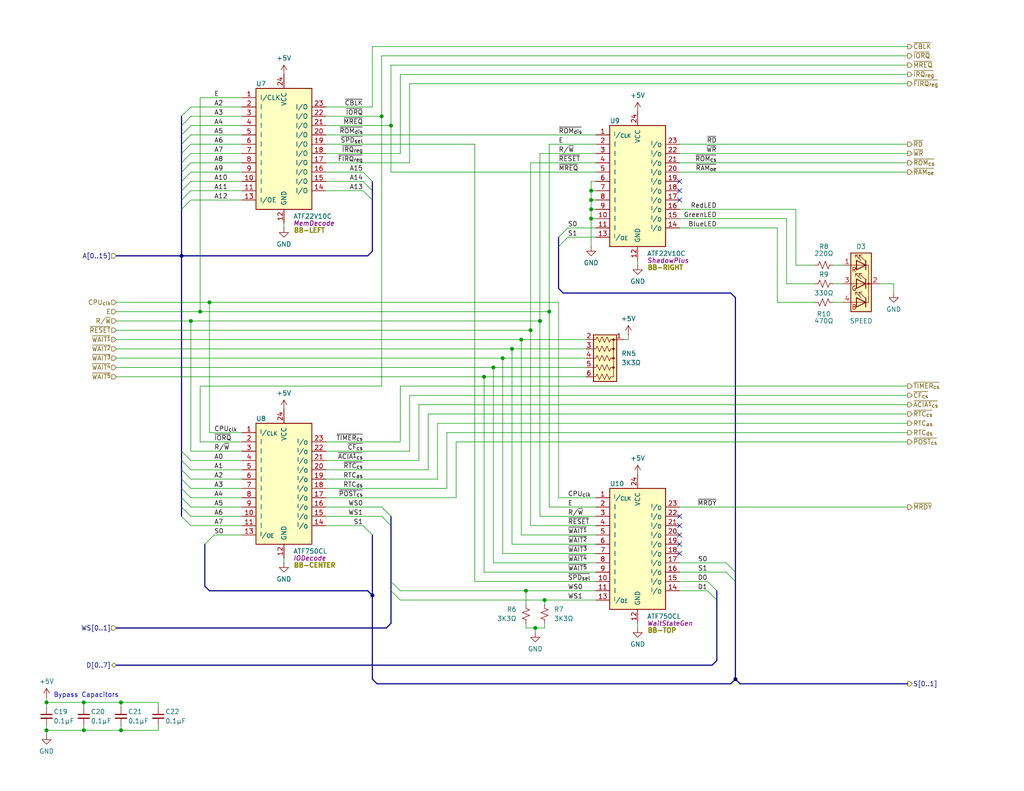
<source format=kicad_sch>
(kicad_sch (version 20250114) (generator "eeschema") (generator_version "9.0")
  (paper "USLetter")
  (title_block (title "Programmable Logic Devices") (date "2025-12-06") (rev "2.0") (company "MicroHobbyist") (comment 1 "Frédéric Segard"))
  (lib_symbols
    (symbol "Device:C_Small" (pin_numbers (hide yes)) (pin_names (offset 0.254) (hide yes))
      (property "Reference" "C" (at 0.254 1.778 0))
      (property "Value" "C_Small" (at 0.254 -2.032 0))
      (symbol "C_Small_0_1"
        (polyline (pts (xy -1.524 0.508) (xy 1.524 0.508)) (stroke (width 0.3048)))
        (polyline (pts (xy -1.524 -0.508) (xy 1.524 -0.508)) (stroke (width 0.3302)))
      )
      (symbol "C_Small_1_1"
        (pin passive line (at 0 2.54 270) (length 2.032) (name "~") (number "1"))
        (pin passive line (at 0 -2.54 90) (length 2.032) (name "~") (number "2"))
      )
    )
    (symbol "Device:LED_RKGB" (pin_names (offset 0) (hide yes))
      (property "Reference" "D" (at 0 9.398 0))
      (property "Value" "LED_RKGB" (at 0 -8.89 0))
      (symbol "LED_RKGB_0_0"
        (text "R" (at 1.905 3.81 0) (effects (font (size 1.27 1.27))))
        (text "G" (at 1.905 -1.27 0) (effects (font (size 1.27 1.27))))
        (text "B" (at 1.905 -6.35 0) (effects (font (size 1.27 1.27))))
      )
      (symbol "LED_RKGB_0_1"
        (circle (center -2.032 0) (radius 0.254) (fill (type outline)))
        (polyline (pts (xy -1.27 6.35) (xy -1.27 3.81)) (stroke (width 0.254)))
        (polyline (pts (xy -1.27 6.35) (xy -1.27 3.81) (xy -1.27 3.81)))
        (polyline (pts (xy -1.27 5.08) (xy 1.27 5.08)))
        (polyline (pts (xy -1.27 5.08) (xy -2.032 5.08) (xy -2.032 -5.08) (xy -1.016 -5.08)))
        (polyline (pts (xy -1.27 1.27) (xy -1.27 -1.27)) (stroke (width 0.254)))
        (polyline (pts (xy -1.27 1.27) (xy -1.27 -1.27) (xy -1.27 -1.27)))
        (polyline (pts (xy -1.27 0) (xy -2.54 0)))
        (polyline (pts (xy -1.27 -3.81) (xy -1.27 -6.35)) (stroke (width 0.254)))
        (polyline (pts (xy -1.27 -5.08) (xy 1.27 -5.08)))
        (polyline (pts (xy -1.016 6.35) (xy 0.508 7.874) (xy -0.254 7.874) (xy 0.508 7.874) (xy 0.508 7.112)))
        (polyline (pts (xy -1.016 1.27) (xy 0.508 2.794) (xy -0.254 2.794) (xy 0.508 2.794) (xy 0.508 2.032)))
        (polyline (pts (xy -1.016 -3.81) (xy 0.508 -2.286) (xy -0.254 -2.286) (xy 0.508 -2.286) (xy 0.508 -3.048)))
        (polyline (pts (xy 0 6.35) (xy 1.524 7.874) (xy 0.762 7.874) (xy 1.524 7.874) (xy 1.524 7.112)))
        (polyline (pts (xy 0 1.27) (xy 1.524 2.794) (xy 0.762 2.794) (xy 1.524 2.794) (xy 1.524 2.032)))
        (polyline (pts (xy 0 -3.81) (xy 1.524 -2.286) (xy 0.762 -2.286) (xy 1.524 -2.286) (xy 1.524 -3.048)))
        (polyline (pts (xy 1.27 6.35) (xy 1.27 3.81) (xy -1.27 5.08) (xy 1.27 6.35)) (stroke (width 0.254)))
        (rectangle (start 1.27 6.35) (end 1.27 6.35))
        (polyline (pts (xy 1.27 5.08) (xy 2.54 5.08)))
        (rectangle (start 1.27 3.81) (end 1.27 6.35))
        (polyline (pts (xy 1.27 1.27) (xy 1.27 -1.27) (xy -1.27 0) (xy 1.27 1.27)) (stroke (width 0.254)))
        (rectangle (start 1.27 1.27) (end 1.27 1.27))
        (polyline (pts (xy 1.27 0) (xy -1.27 0)))
        (polyline (pts (xy 1.27 0) (xy 2.54 0)))
        (rectangle (start 1.27 -1.27) (end 1.27 1.27))
        (polyline (pts (xy 1.27 -3.81) (xy 1.27 -6.35) (xy -1.27 -5.08) (xy 1.27 -3.81)) (stroke (width 0.254)))
        (polyline (pts (xy 1.27 -5.08) (xy 2.54 -5.08)))
        (rectangle (start 2.794 8.382) (end -2.794 -7.62) (stroke (width 0.254)) (fill (type background)))
      )
      (symbol "LED_RKGB_1_1"
        (pin passive line (at -5.08 0 0) (length 2.54) (name "K") (number "2"))
        (pin passive line (at 5.08 5.08 180) (length 2.54) (name "RA") (number "1"))
        (pin passive line (at 5.08 0 180) (length 2.54) (name "GA") (number "3"))
        (pin passive line (at 5.08 -5.08 180) (length 2.54) (name "BA") (number "4"))
      )
    )
    (symbol "Device:R_Network05_US" (pin_names (offset 0) (hide yes))
      (property "Reference" "RN" (at -7.62 0 90))
      (property "Value" "R_Network05_US" (at 7.62 0 90))
      (symbol "R_Network05_US_0_1"
        (rectangle (start -6.35 -3.175) (end 6.35 3.175) (stroke (width 0.254)) (fill (type background)))
        (circle (center -5.08 2.286) (radius 0.254) (fill (type outline)))
        (polyline (pts (xy -5.08 2.286) (xy 5.08 2.286)))
        (polyline (pts (xy -5.08 2.286) (xy -5.08 1.524) (xy -4.318 1.1684) (xy -5.842 0.508) (xy -4.318 -0.1524) (xy -5.842 -0.8382) (xy -4.318 -1.524) (xy -5.842 -2.1844) (xy -5.08 -2.54) (xy -5.08 -3.81)))
        (circle (center -2.54 2.286) (radius 0.254) (fill (type outline)))
        (polyline (pts (xy -2.54 2.286) (xy -2.54 1.524) (xy -1.778 1.1684) (xy -3.302 0.508) (xy -1.778 -0.1524) (xy -3.302 -0.8382) (xy -1.778 -1.524) (xy -3.302 -2.1844) (xy -2.54 -2.54) (xy -2.54 -3.81)))
        (circle (center 0 2.286) (radius 0.254) (fill (type outline)))
        (polyline (pts (xy 0 2.286) (xy 0 1.524) (xy 0.762 1.1684) (xy -0.762 0.508) (xy 0.762 -0.1524) (xy -0.762 -0.8382) (xy 0.762 -1.524) (xy -0.762 -2.1844) (xy 0 -2.54) (xy 0 -3.81)))
        (polyline (pts (xy 2.54 2.286) (xy 2.54 1.524) (xy 3.302 1.1684) (xy 1.778 0.508) (xy 3.302 -0.1524) (xy 1.778 -0.8382) (xy 3.302 -1.524) (xy 1.778 -2.1844) (xy 2.54 -2.54) (xy 2.54 -3.81)))
        (circle (center 2.54 2.286) (radius 0.254) (fill (type outline)))
        (polyline (pts (xy 5.08 2.286) (xy 5.08 1.524) (xy 5.842 1.1684) (xy 4.318 0.508) (xy 5.842 -0.1524) (xy 4.318 -0.8382) (xy 5.842 -1.524) (xy 4.318 -2.1844) (xy 5.08 -2.54) (xy 5.08 -3.81)))
      )
      (symbol "R_Network05_US_1_1"
        (pin passive line (at -5.08 5.08 270) (length 2.54) (name "common") (number "1"))
        (pin passive line (at -5.08 -5.08 90) (length 1.27) (name "R1") (number "2"))
        (pin passive line (at -2.54 -5.08 90) (length 1.27) (name "R2") (number "3"))
        (pin passive line (at 0 -5.08 90) (length 1.27) (name "R3") (number "4"))
        (pin passive line (at 2.54 -5.08 90) (length 1.27) (name "R4") (number "5"))
        (pin passive line (at 5.08 -5.08 90) (length 1.27) (name "R5") (number "6"))
      )
    )
    (symbol "Device:R_Small_US" (pin_numbers (hide yes)) (pin_names (offset 0.254) (hide yes))
      (property "Reference" "R" (at 0.762 0.508 0))
      (property "Value" "R_Small_US" (at 0.762 -1.016 0))
      (symbol "R_Small_US_1_1"
        (polyline (pts (xy 0 1.524) (xy 1.016 1.143) (xy 0 0.762) (xy -1.016 0.381) (xy 0 0)))
        (polyline (pts (xy 0 0) (xy 1.016 -0.381) (xy 0 -0.762) (xy -1.016 -1.143) (xy 0 -1.524)))
        (pin passive line (at 0 2.54 270) (length 1.016) (name "~") (number "1"))
        (pin passive line (at 0 -2.54 90) (length 1.016) (name "~") (number "2"))
      )
    )
    (symbol "GND_1" (power) (pin_numbers (hide yes)) (pin_names (offset 0) (hide yes))
      (property "Value" "GND" (at 0 -3.81 0))
      (symbol "GND_1_0_1"
        (polyline (pts (xy 0 0) (xy 0 -1.27) (xy 1.27 -1.27) (xy 0 -2.54) (xy -1.27 -1.27) (xy 0 -1.27)))
      )
      (symbol "GND_1_1_1"
        (pin power_in line (at 0 0 270) (length 0) (name "~") (number "1"))
      )
    )
    (symbol "MicroHobbyist:ATF22V10C" (pin_names (offset 1.016))
      (property "Reference" "U" (at -7.62 1.27 0))
      (property "Value" "ATF22V10C" (at 1.27 -34.925 0))
      (symbol "ATF22V10C_1_1"
        (rectangle (start -7.62 0) (end 7.62 -33.02) (stroke (width 0.254)) (fill (type background)))
        (pin input line (at -11.43 -2.54 0) (length 3.81) (name "I/CLK") (number "1"))
        (pin input line (at -11.43 -5.08 0) (length 3.81) (name "I") (number "2"))
        (pin input line (at -11.43 -7.62 0) (length 3.81) (name "I") (number "3"))
        (pin input line (at -11.43 -10.16 0) (length 3.81) (name "I") (number "4"))
        (pin input line (at -11.43 -12.7 0) (length 3.81) (name "I") (number "5"))
        (pin input line (at -11.43 -15.24 0) (length 3.81) (name "I") (number "6"))
        (pin input line (at -11.43 -17.78 0) (length 3.81) (name "I") (number "7"))
        (pin input line (at -11.43 -20.32 0) (length 3.81) (name "I") (number "8"))
        (pin input line (at -11.43 -22.86 0) (length 3.81) (name "I") (number "9"))
        (pin input line (at -11.43 -25.4 0) (length 3.81) (name "I") (number "10"))
        (pin input line (at -11.43 -27.94 0) (length 3.81) (name "I") (number "11"))
        (pin input line (at -11.43 -30.48 0) (length 3.81) (name "I/OE") (number "13"))
        (pin power_in line (at 0 3.81 270) (length 3.81) (name "VCC") (number "24"))
        (pin power_in line (at 0 -36.83 90) (length 3.81) (name "GND") (number "12"))
        (pin bidirectional line (at 11.43 -5.08 180) (length 3.81) (name "I/O") (number "23"))
        (pin bidirectional line (at 11.43 -7.62 180) (length 3.81) (name "I/O") (number "22"))
        (pin bidirectional line (at 11.43 -10.16 180) (length 3.81) (name "I/O") (number "21"))
        (pin bidirectional line (at 11.43 -12.7 180) (length 3.81) (name "I/O") (number "20"))
        (pin bidirectional line (at 11.43 -15.24 180) (length 3.81) (name "I/O") (number "19"))
        (pin bidirectional line (at 11.43 -17.78 180) (length 3.81) (name "I/O") (number "18"))
        (pin bidirectional line (at 11.43 -20.32 180) (length 3.81) (name "I/O") (number "17"))
        (pin bidirectional line (at 11.43 -22.86 180) (length 3.81) (name "I/O") (number "16"))
        (pin bidirectional line (at 11.43 -25.4 180) (length 3.81) (name "I/O") (number "15"))
        (pin bidirectional line (at 11.43 -27.94 180) (length 3.81) (name "I/O") (number "14"))
      )
    )
    (symbol "MicroHobbyist:ATF750C" (pin_names (offset 1.016))
      (property "Reference" "U" (at -7.62 1.27 0))
      (property "Value" "ATF750C" (at 1.27 -34.925 0))
      (symbol "ATF750C_1_1"
        (rectangle (start -7.62 0) (end 7.62 -33.02) (stroke (width 0.254)) (fill (type background)))
        (pin input line (at -11.43 -2.54 0) (length 3.81) (name "^{I}/_{CLK}") (number "1"))
        (pin input line (at -11.43 -5.08 0) (length 3.81) (name "I") (number "2"))
        (pin input line (at -11.43 -7.62 0) (length 3.81) (name "I") (number "3"))
        (pin input line (at -11.43 -10.16 0) (length 3.81) (name "I") (number "4"))
        (pin input line (at -11.43 -12.7 0) (length 3.81) (name "I") (number "5"))
        (pin input line (at -11.43 -15.24 0) (length 3.81) (name "I") (number "6"))
        (pin input line (at -11.43 -17.78 0) (length 3.81) (name "I") (number "7"))
        (pin input line (at -11.43 -20.32 0) (length 3.81) (name "I") (number "8"))
        (pin input line (at -11.43 -22.86 0) (length 3.81) (name "I") (number "9"))
        (pin input line (at -11.43 -25.4 0) (length 3.81) (name "I") (number "10"))
        (pin input line (at -11.43 -27.94 0) (length 3.81) (name "I") (number "11"))
        (pin input line (at -11.43 -30.48 0) (length 3.81) (name "^{I}/_{OE}") (number "13"))
        (pin power_in line (at 0 3.81 270) (length 3.81) (name "VCC") (number "24"))
        (pin power_in line (at 0 -36.83 90) (length 3.81) (name "GND") (number "12"))
        (pin bidirectional line (at 11.43 -5.08 180) (length 3.81) (name "^{I}/_{O}") (number "23"))
        (pin bidirectional line (at 11.43 -7.62 180) (length 3.81) (name "^{I}/_{O}") (number "22"))
        (pin bidirectional line (at 11.43 -10.16 180) (length 3.81) (name "^{I}/_{O}") (number "21"))
        (pin bidirectional line (at 11.43 -12.7 180) (length 3.81) (name "^{I}/_{O}") (number "20"))
        (pin bidirectional line (at 11.43 -15.24 180) (length 3.81) (name "^{I}/_{O}") (number "19"))
        (pin bidirectional line (at 11.43 -17.78 180) (length 3.81) (name "^{I}/_{O}") (number "18"))
        (pin bidirectional line (at 11.43 -20.32 180) (length 3.81) (name "^{I}/_{O}") (number "17"))
        (pin bidirectional line (at 11.43 -22.86 180) (length 3.81) (name "^{I}/_{O}") (number "16"))
        (pin bidirectional line (at 11.43 -25.4 180) (length 3.81) (name "^{I}/_{O}") (number "15"))
        (pin bidirectional line (at 11.43 -27.94 180) (length 3.81) (name "^{I}/_{O}") (number "14"))
      )
    )
    (symbol "power:+5V" (power) (pin_numbers (hide yes)) (pin_names (offset 0) (hide yes))
      (property "Value" "+5V" (at 0 3.556 0))
      (symbol "+5V_0_1"
        (polyline (pts (xy -0.762 1.27) (xy 0 2.54)))
        (polyline (pts (xy 0 2.54) (xy 0.762 1.27)))
        (polyline (pts (xy 0 0) (xy 0 2.54)))
      )
      (symbol "+5V_1_1"
        (pin power_in line (at 0 0 90) (length 0) (name "~") (number "1"))
      )
    )
    (symbol "power:GND" (power) (pin_numbers (hide yes)) (pin_names (offset 0) (hide yes))
      (property "Value" "GND" (at 0 -3.81 0))
      (symbol "GND_0_1"
        (polyline (pts (xy 0 0) (xy 0 -1.27) (xy 1.27 -1.27) (xy 0 -2.54) (xy -1.27 -1.27) (xy 0 -1.27)))
      )
      (symbol "GND_1_1"
        (pin power_in line (at 0 0 270) (length 0) (name "~") (number "1"))
      )
    )
  )
  (text "Bypass Capacitors" (at 14.605 189.865 0) (effects (font (size 1.27 1.27)) (justify left)))
  (junction (at 161.29 54.61))
  (junction (at 139.7 95.25))
  (junction (at 132.08 102.87))
  (junction (at 33.02 191.77))
  (junction (at 142.24 92.71))
  (junction (at 147.32 87.63))
  (junction (at 54.61 85.09))
  (junction (at 161.29 59.69))
  (junction (at 106.68 34.29))
  (junction (at 22.86 199.39))
  (junction (at 161.29 52.07))
  (junction (at 101.6 162.56))
  (junction (at 148.59 163.83))
  (junction (at 143.51 161.29))
  (junction (at 22.86 191.77))
  (junction (at 137.16 97.79))
  (junction (at 57.15 82.55))
  (junction (at 33.02 199.39))
  (junction (at 149.86 85.09))
  (junction (at 200.66 185.42))
  (junction (at 49.53 69.85))
  (junction (at 52.07 87.63))
  (junction (at 161.29 57.15))
  (junction (at 134.62 100.33))
  (junction (at 104.14 31.75))
  (junction (at 12.7 199.39))
  (junction (at 12.7 191.77))
  (junction (at 146.05 171.45))
  (junction (at 144.78 90.17))
  (no_connect (at 185.42 143.51))
  (no_connect (at 185.42 52.07))
  (no_connect (at 185.42 49.53))
  (no_connect (at 185.42 148.59))
  (no_connect (at 185.42 140.97))
  (no_connect (at 185.42 54.61))
  (no_connect (at 185.42 146.05))
  (no_connect (at 185.42 151.13))
  (bus_entry (at 49.53 140.97) (size 2.54 2.54))
  (bus_entry (at 49.53 135.89) (size 2.54 2.54))
  (bus_entry (at 49.53 41.91) (size 2.54 -2.54))
  (bus_entry (at 49.53 128.27) (size 2.54 2.54))
  (bus_entry (at 52.07 31.75) (size -2.54 2.54))
  (bus_entry (at 49.53 52.07) (size 2.54 -2.54))
  (bus_entry (at 152.4 67.31) (size 2.54 -2.54))
  (bus_entry (at 106.68 161.29) (size 2.54 2.54))
  (bus_entry (at 49.53 39.37) (size 2.54 -2.54))
  (bus_entry (at 49.53 130.81) (size 2.54 2.54))
  (bus_entry (at 49.53 123.19) (size 2.54 2.54))
  (bus_entry (at 198.12 156.21) (size 2.54 2.54))
  (bus_entry (at 101.6 49.53) (size -2.54 -2.54))
  (bus_entry (at 198.12 153.67) (size 2.54 2.54))
  (bus_entry (at 49.53 138.43) (size 2.54 2.54))
  (bus_entry (at 99.06 52.07) (size 2.54 2.54))
  (bus_entry (at 49.53 49.53) (size 2.54 -2.54))
  (bus_entry (at 99.06 49.53) (size 2.54 2.54))
  (bus_entry (at 49.53 54.61) (size 2.54 -2.54))
  (bus_entry (at 104.14 138.43) (size 2.54 2.54))
  (bus_entry (at 106.68 158.75) (size 2.54 2.54))
  (bus_entry (at 49.53 57.15) (size 2.54 -2.54))
  (bus_entry (at 101.6 146.05) (size -2.54 -2.54))
  (bus_entry (at 49.53 46.99) (size 2.54 -2.54))
  (bus_entry (at 49.53 36.83) (size 2.54 -2.54))
  (bus_entry (at 55.88 148.59) (size 2.54 -2.54))
  (bus_entry (at 49.53 133.35) (size 2.54 2.54))
  (bus_entry (at 152.4 64.77) (size 2.54 -2.54))
  (bus_entry (at 52.07 29.21) (size -2.54 2.54))
  (bus_entry (at 193.04 161.29) (size 2.54 2.54))
  (bus_entry (at 193.04 158.75) (size 2.54 2.54))
  (bus_entry (at 49.53 44.45) (size 2.54 -2.54))
  (bus_entry (at 104.14 140.97) (size 2.54 2.54))
  (bus_entry (at 49.53 125.73) (size 2.54 2.54))
  (bus (pts (xy 49.53 130.81) (xy 49.53 128.27)))
  (wire (pts (xy 139.7 95.25) (xy 139.7 148.59)))
  (wire (pts (xy 54.61 105.41) (xy 54.61 120.65)))
  (wire (pts (xy 43.18 198.12) (xy 43.18 199.39)))
  (wire (pts (xy 52.07 34.29) (xy 66.04 34.29)))
  (bus (pts (xy 49.53 138.43) (xy 49.53 135.89)))
  (bus (pts (xy 49.53 44.45) (xy 49.53 46.99)))
  (bus (pts (xy 49.53 49.53) (xy 49.53 52.07)))
  (wire (pts (xy 33.02 191.77) (xy 33.02 193.04)))
  (bus (pts (xy 57.15 161.29) (xy 100.33 161.29)))
  (bus (pts (xy 49.53 125.73) (xy 49.53 128.27)))
  (wire (pts (xy 88.9 46.99) (xy 99.06 46.99)))
  (wire (pts (xy 139.7 95.25) (xy 160.02 95.25)))
  (wire (pts (xy 12.7 190.5) (xy 12.7 191.77)))
  (wire (pts (xy 54.61 105.41) (xy 104.14 105.41)))
  (wire (pts (xy 109.22 105.41) (xy 247.65 105.41)))
  (wire (pts (xy 22.86 191.77) (xy 33.02 191.77)))
  (wire (pts (xy 33.02 198.12) (xy 33.02 199.39)))
  (wire (pts (xy 52.07 46.99) (xy 66.04 46.99)))
  (bus (pts (xy 31.75 181.61) (xy 194.31 181.61)))
  (wire (pts (xy 185.42 161.29) (xy 193.04 161.29)))
  (wire (pts (xy 147.32 140.97) (xy 162.56 140.97)))
  (bus (pts (xy 31.75 69.85) (xy 49.53 69.85)))
  (wire (pts (xy 31.75 95.25) (xy 139.7 95.25)))
  (wire (pts (xy 243.84 77.47) (xy 243.84 80.01)))
  (wire (pts (xy 147.32 87.63) (xy 147.32 140.97)))
  (wire (pts (xy 22.86 198.12) (xy 22.86 199.39)))
  (bus (pts (xy 101.6 162.56) (xy 101.6 185.42)))
  (wire (pts (xy 52.07 44.45) (xy 66.04 44.45)))
  (wire (pts (xy 52.07 138.43) (xy 66.04 138.43)))
  (wire (pts (xy 106.68 17.78) (xy 247.65 17.78)))
  (wire (pts (xy 185.42 46.99) (xy 247.65 46.99)))
  (wire (pts (xy 173.99 171.45) (xy 173.99 170.18)))
  (wire (pts (xy 88.9 138.43) (xy 104.14 138.43)))
  (wire (pts (xy 143.51 161.29) (xy 162.56 161.29)))
  (wire (pts (xy 106.68 17.78) (xy 106.68 34.29)))
  (wire (pts (xy 119.38 115.57) (xy 119.38 130.81)))
  (wire (pts (xy 143.51 170.18) (xy 143.51 171.45)))
  (wire (pts (xy 88.9 140.97) (xy 104.14 140.97)))
  (wire (pts (xy 52.07 36.83) (xy 66.04 36.83)))
  (bus (pts (xy 101.6 49.53) (xy 101.6 52.07)))
  (wire (pts (xy 58.42 146.05) (xy 66.04 146.05)))
  (wire (pts (xy 152.4 82.55) (xy 152.4 135.89)))
  (bus (pts (xy 201.93 186.69) (xy 247.65 186.69)))
  (wire (pts (xy 106.68 34.29) (xy 106.68 46.99)))
  (wire (pts (xy 88.9 133.35) (xy 121.92 133.35)))
  (wire (pts (xy 104.14 15.24) (xy 247.65 15.24)))
  (wire (pts (xy 170.18 92.71) (xy 171.45 92.71)))
  (wire (pts (xy 152.4 135.89) (xy 162.56 135.89)))
  (wire (pts (xy 185.42 59.69) (xy 214.63 59.69)))
  (wire (pts (xy 217.17 72.39) (xy 222.25 72.39)))
  (wire (pts (xy 52.07 133.35) (xy 66.04 133.35)))
  (wire (pts (xy 31.75 102.87) (xy 132.08 102.87)))
  (wire (pts (xy 146.05 171.45) (xy 148.59 171.45)))
  (wire (pts (xy 31.75 100.33) (xy 134.62 100.33)))
  (wire (pts (xy 31.75 90.17) (xy 144.78 90.17)))
  (wire (pts (xy 52.07 52.07) (xy 66.04 52.07)))
  (wire (pts (xy 214.63 59.69) (xy 214.63 77.47)))
  (wire (pts (xy 52.07 140.97) (xy 66.04 140.97)))
  (wire (pts (xy 109.22 20.32) (xy 109.22 41.91)))
  (wire (pts (xy 149.86 39.37) (xy 162.56 39.37)))
  (bus (pts (xy 195.58 163.83) (xy 195.58 180.34)))
  (wire (pts (xy 161.29 54.61) (xy 162.56 54.61)))
  (wire (pts (xy 57.15 82.55) (xy 152.4 82.55)))
  (wire (pts (xy 109.22 163.83) (xy 148.59 163.83)))
  (wire (pts (xy 43.18 191.77) (xy 43.18 193.04)))
  (wire (pts (xy 134.62 100.33) (xy 134.62 153.67)))
  (wire (pts (xy 114.3 110.49) (xy 114.3 125.73)))
  (wire (pts (xy 132.08 102.87) (xy 160.02 102.87)))
  (wire (pts (xy 173.99 71.12) (xy 173.99 72.39)))
  (bus (pts (xy 49.53 69.85) (xy 100.33 69.85)))
  (bus (pts (xy 200.66 156.21) (xy 200.66 158.75)))
  (wire (pts (xy 137.16 151.13) (xy 162.56 151.13)))
  (bus (pts (xy 49.53 34.29) (xy 49.53 36.83)))
  (wire (pts (xy 31.75 92.71) (xy 142.24 92.71)))
  (wire (pts (xy 129.54 158.75) (xy 162.56 158.75)))
  (bus (pts (xy 200.66 81.28) (xy 199.39 80.01)))
  (wire (pts (xy 217.17 57.15) (xy 217.17 72.39)))
  (wire (pts (xy 57.15 82.55) (xy 57.15 118.11)))
  (wire (pts (xy 104.14 31.75) (xy 104.14 105.41)))
  (wire (pts (xy 52.07 39.37) (xy 66.04 39.37)))
  (wire (pts (xy 116.84 113.03) (xy 247.65 113.03)))
  (wire (pts (xy 52.07 123.19) (xy 66.04 123.19)))
  (wire (pts (xy 88.9 44.45) (xy 111.76 44.45)))
  (wire (pts (xy 240.03 77.47) (xy 243.84 77.47)))
  (wire (pts (xy 121.92 118.11) (xy 121.92 133.35)))
  (bus (pts (xy 49.53 31.75) (xy 49.53 34.29)))
  (wire (pts (xy 52.07 87.63) (xy 52.07 123.19)))
  (wire (pts (xy 57.15 118.11) (xy 66.04 118.11)))
  (wire (pts (xy 52.07 125.73) (xy 66.04 125.73)))
  (wire (pts (xy 52.07 41.91) (xy 66.04 41.91)))
  (wire (pts (xy 185.42 62.23) (xy 212.09 62.23)))
  (wire (pts (xy 31.75 87.63) (xy 52.07 87.63)))
  (wire (pts (xy 77.47 153.67) (xy 77.47 152.4)))
  (wire (pts (xy 88.9 125.73) (xy 114.3 125.73)))
  (bus (pts (xy 152.4 64.77) (xy 152.4 67.31)))
  (bus (pts (xy 101.6 162.56) (xy 100.33 161.29)))
  (bus (pts (xy 101.6 185.42) (xy 102.87 186.69)))
  (wire (pts (xy 161.29 52.07) (xy 161.29 54.61)))
  (bus (pts (xy 100.33 69.85) (xy 101.6 68.58)))
  (wire (pts (xy 142.24 92.71) (xy 142.24 146.05)))
  (wire (pts (xy 185.42 156.21) (xy 198.12 156.21)))
  (wire (pts (xy 132.08 102.87) (xy 132.08 156.21)))
  (bus (pts (xy 106.68 143.51) (xy 106.68 158.75)))
  (wire (pts (xy 139.7 148.59) (xy 162.56 148.59)))
  (wire (pts (xy 116.84 113.03) (xy 116.84 128.27)))
  (wire (pts (xy 154.94 62.23) (xy 162.56 62.23)))
  (bus (pts (xy 152.4 67.31) (xy 152.4 78.74)))
  (wire (pts (xy 124.46 120.65) (xy 124.46 135.89)))
  (wire (pts (xy 52.07 130.81) (xy 66.04 130.81)))
  (wire (pts (xy 111.76 107.95) (xy 111.76 123.19)))
  (bus (pts (xy 200.66 185.42) (xy 201.93 186.69)))
  (wire (pts (xy 132.08 156.21) (xy 162.56 156.21)))
  (wire (pts (xy 214.63 77.47) (xy 222.25 77.47)))
  (wire (pts (xy 88.9 123.19) (xy 111.76 123.19)))
  (wire (pts (xy 171.45 91.44) (xy 171.45 92.71)))
  (wire (pts (xy 88.9 34.29) (xy 106.68 34.29)))
  (wire (pts (xy 22.86 191.77) (xy 22.86 193.04)))
  (wire (pts (xy 52.07 87.63) (xy 147.32 87.63)))
  (wire (pts (xy 212.09 62.23) (xy 212.09 82.55)))
  (wire (pts (xy 111.76 107.95) (xy 247.65 107.95)))
  (wire (pts (xy 54.61 120.65) (xy 66.04 120.65)))
  (wire (pts (xy 227.33 82.55) (xy 229.87 82.55)))
  (wire (pts (xy 109.22 105.41) (xy 109.22 120.65)))
  (wire (pts (xy 212.09 82.55) (xy 222.25 82.55)))
  (wire (pts (xy 142.24 146.05) (xy 162.56 146.05)))
  (wire (pts (xy 148.59 163.83) (xy 148.59 165.1)))
  (bus (pts (xy 200.66 185.42) (xy 199.39 186.69)))
  (bus (pts (xy 102.87 186.69) (xy 199.39 186.69)))
  (wire (pts (xy 144.78 44.45) (xy 144.78 90.17)))
  (bus (pts (xy 195.58 161.29) (xy 195.58 163.83)))
  (wire (pts (xy 142.24 92.71) (xy 160.02 92.71)))
  (bus (pts (xy 57.15 161.29) (xy 55.88 160.02)))
  (bus (pts (xy 31.75 171.45) (xy 105.41 171.45)))
  (bus (pts (xy 106.68 140.97) (xy 106.68 143.51)))
  (wire (pts (xy 161.29 54.61) (xy 161.29 57.15)))
  (wire (pts (xy 161.29 59.69) (xy 162.56 59.69)))
  (wire (pts (xy 129.54 39.37) (xy 129.54 158.75)))
  (wire (pts (xy 12.7 198.12) (xy 12.7 199.39)))
  (bus (pts (xy 49.53 39.37) (xy 49.53 41.91)))
  (wire (pts (xy 161.29 52.07) (xy 162.56 52.07)))
  (bus (pts (xy 49.53 135.89) (xy 49.53 133.35)))
  (wire (pts (xy 185.42 39.37) (xy 247.65 39.37)))
  (wire (pts (xy 88.9 120.65) (xy 109.22 120.65)))
  (bus (pts (xy 101.6 54.61) (xy 101.6 68.58)))
  (wire (pts (xy 185.42 41.91) (xy 247.65 41.91)))
  (wire (pts (xy 149.86 138.43) (xy 162.56 138.43)))
  (bus (pts (xy 49.53 46.99) (xy 49.53 49.53)))
  (wire (pts (xy 12.7 191.77) (xy 12.7 193.04)))
  (wire (pts (xy 134.62 100.33) (xy 160.02 100.33)))
  (wire (pts (xy 12.7 199.39) (xy 22.86 199.39)))
  (bus (pts (xy 106.68 170.18) (xy 105.41 171.45)))
  (bus (pts (xy 199.39 80.01) (xy 153.67 80.01)))
  (wire (pts (xy 144.78 90.17) (xy 144.78 143.51)))
  (wire (pts (xy 185.42 138.43) (xy 247.65 138.43)))
  (wire (pts (xy 111.76 22.86) (xy 111.76 44.45)))
  (wire (pts (xy 52.07 54.61) (xy 66.04 54.61)))
  (bus (pts (xy 101.6 146.05) (xy 101.6 162.56)))
  (wire (pts (xy 229.87 77.47) (xy 227.33 77.47)))
  (bus (pts (xy 101.6 52.07) (xy 101.6 54.61)))
  (wire (pts (xy 88.9 143.51) (xy 99.06 143.51)))
  (wire (pts (xy 88.9 135.89) (xy 124.46 135.89)))
  (wire (pts (xy 148.59 163.83) (xy 162.56 163.83)))
  (wire (pts (xy 54.61 85.09) (xy 149.86 85.09)))
  (wire (pts (xy 185.42 57.15) (xy 217.17 57.15)))
  (wire (pts (xy 161.29 49.53) (xy 162.56 49.53)))
  (wire (pts (xy 31.75 85.09) (xy 54.61 85.09)))
  (wire (pts (xy 134.62 153.67) (xy 162.56 153.67)))
  (wire (pts (xy 119.38 115.57) (xy 247.65 115.57)))
  (wire (pts (xy 12.7 199.39) (xy 12.7 200.66)))
  (bus (pts (xy 49.53 123.19) (xy 49.53 125.73)))
  (wire (pts (xy 149.86 85.09) (xy 149.86 138.43)))
  (wire (pts (xy 154.94 64.77) (xy 162.56 64.77)))
  (wire (pts (xy 185.42 153.67) (xy 198.12 153.67)))
  (wire (pts (xy 161.29 57.15) (xy 161.29 59.69)))
  (wire (pts (xy 124.46 120.65) (xy 247.65 120.65)))
  (wire (pts (xy 31.75 82.55) (xy 57.15 82.55)))
  (wire (pts (xy 227.33 72.39) (xy 229.87 72.39)))
  (wire (pts (xy 22.86 199.39) (xy 33.02 199.39)))
  (wire (pts (xy 33.02 199.39) (xy 43.18 199.39)))
  (bus (pts (xy 49.53 41.91) (xy 49.53 44.45)))
  (wire (pts (xy 148.59 170.18) (xy 148.59 171.45)))
  (wire (pts (xy 121.92 118.11) (xy 247.65 118.11)))
  (wire (pts (xy 54.61 26.67) (xy 66.04 26.67)))
  (bus (pts (xy 49.53 52.07) (xy 49.53 54.61)))
  (wire (pts (xy 88.9 130.81) (xy 119.38 130.81)))
  (wire (pts (xy 149.86 39.37) (xy 149.86 85.09)))
  (wire (pts (xy 12.7 191.77) (xy 22.86 191.77)))
  (bus (pts (xy 200.66 158.75) (xy 200.66 185.42)))
  (bus (pts (xy 49.53 138.43) (xy 49.53 140.97)))
  (wire (pts (xy 161.29 57.15) (xy 162.56 57.15)))
  (wire (pts (xy 143.51 171.45) (xy 146.05 171.45)))
  (wire (pts (xy 104.14 15.24) (xy 104.14 31.75)))
  (bus (pts (xy 106.68 158.75) (xy 106.68 161.29)))
  (wire (pts (xy 88.9 31.75) (xy 104.14 31.75)))
  (wire (pts (xy 52.07 31.75) (xy 66.04 31.75)))
  (wire (pts (xy 52.07 143.51) (xy 66.04 143.51)))
  (bus (pts (xy 106.68 161.29) (xy 106.68 170.18)))
  (bus (pts (xy 195.58 180.34) (xy 194.31 181.61)))
  (wire (pts (xy 137.16 97.79) (xy 137.16 151.13)))
  (wire (pts (xy 144.78 143.51) (xy 162.56 143.51)))
  (wire (pts (xy 144.78 44.45) (xy 162.56 44.45)))
  (wire (pts (xy 88.9 49.53) (xy 99.06 49.53)))
  (wire (pts (xy 33.02 191.77) (xy 43.18 191.77)))
  (bus (pts (xy 49.53 69.85) (xy 49.53 123.19)))
  (wire (pts (xy 161.29 49.53) (xy 161.29 52.07)))
  (wire (pts (xy 109.22 161.29) (xy 143.51 161.29)))
  (wire (pts (xy 52.07 135.89) (xy 66.04 135.89)))
  (wire (pts (xy 185.42 44.45) (xy 247.65 44.45)))
  (wire (pts (xy 88.9 52.07) (xy 99.06 52.07)))
  (wire (pts (xy 111.76 22.86) (xy 247.65 22.86)))
  (wire (pts (xy 137.16 97.79) (xy 160.02 97.79)))
  (wire (pts (xy 52.07 128.27) (xy 66.04 128.27)))
  (bus (pts (xy 200.66 156.21) (xy 200.66 81.28)))
  (wire (pts (xy 106.68 46.99) (xy 162.56 46.99)))
  (wire (pts (xy 88.9 36.83) (xy 162.56 36.83)))
  (wire (pts (xy 88.9 39.37) (xy 129.54 39.37)))
  (wire (pts (xy 147.32 41.91) (xy 147.32 87.63)))
  (wire (pts (xy 88.9 128.27) (xy 116.84 128.27)))
  (wire (pts (xy 54.61 26.67) (xy 54.61 85.09)))
  (wire (pts (xy 109.22 20.32) (xy 247.65 20.32)))
  (wire (pts (xy 101.6 12.7) (xy 247.65 12.7)))
  (wire (pts (xy 77.47 62.23) (xy 77.47 60.96)))
  (wire (pts (xy 114.3 110.49) (xy 247.65 110.49)))
  (bus (pts (xy 49.53 133.35) (xy 49.53 130.81)))
  (wire (pts (xy 52.07 29.21) (xy 66.04 29.21)))
  (wire (pts (xy 161.29 59.69) (xy 161.29 67.31)))
  (wire (pts (xy 101.6 12.7) (xy 101.6 29.21)))
  (wire (pts (xy 31.75 97.79) (xy 137.16 97.79)))
  (wire (pts (xy 88.9 41.91) (xy 109.22 41.91)))
  (wire (pts (xy 146.05 171.45) (xy 146.05 172.72)))
  (wire (pts (xy 143.51 161.29) (xy 143.51 165.1)))
  (bus (pts (xy 49.53 54.61) (xy 49.53 57.15)))
  (wire (pts (xy 185.42 158.75) (xy 193.04 158.75)))
  (wire (pts (xy 88.9 29.21) (xy 101.6 29.21)))
  (bus (pts (xy 49.53 36.83) (xy 49.53 39.37)))
  (bus (pts (xy 55.88 148.59) (xy 55.88 160.02)))
  (wire (pts (xy 147.32 41.91) (xy 162.56 41.91)))
  (bus (pts (xy 153.67 80.01) (xy 152.4 78.74)))
  (wire (pts (xy 66.04 49.53) (xy 52.07 49.53)))
  (bus (pts (xy 49.53 57.15) (xy 49.53 69.85)))
  (label "~{ROM_{dis}}" (at 152.4 36.83 0))
  (label "A4" (at 58.42 135.89 0))
  (label "CPU_{clk}" (at 58.42 118.11 0))
  (label "A9" (at 58.42 46.99 0))
  (label "R{slash}~{W}" (at 58.42 123.19 0))
  (label "A8" (at 58.42 44.45 0))
  (label "~{RAM_{oe}}" (at 195.58 46.99 180))
  (label "E" (at 152.4 39.37 0))
  (label "S0" (at 154.94 62.23 0))
  (label "RTC_{as}" (at 99.06 130.81 180))
  (label "~{RESET}" (at 152.4 44.45 0))
  (label "A2" (at 58.42 130.81 0))
  (label "~{FIRQ_{reg}}" (at 99.06 44.45 180))
  (label "R{slash}~{W}" (at 154.94 140.97 0))
  (label "BlueLED" (at 195.58 62.23 180))
  (label "~{TIMER_{cs}}" (at 99.06 120.65 180))
  (label "S0" (at 58.42 146.05 0))
  (label "~{SPD_{sel}}" (at 99.06 39.37 180))
  (label "A0" (at 58.42 125.73 0))
  (label "S1" (at 154.94 64.77 0))
  (label "RedLED" (at 195.58 57.15 180))
  (label "GreenLED" (at 195.58 59.69 180))
  (label "~{MREQ}" (at 152.4 46.99 0))
  (label "~{ROM_{dis}}" (at 99.06 36.83 180))
  (label "A5" (at 58.42 36.83 0))
  (label "WS1" (at 99.06 140.97 180))
  (label "A15" (at 99.06 46.99 180))
  (label "~{MREQ}" (at 99.06 34.29 180))
  (label "A14" (at 99.06 49.53 180))
  (label "~{WAIT^{4}}" (at 154.94 153.67 0))
  (label "WS0" (at 99.06 138.43 180))
  (label "~{MRDY}" (at 195.58 138.43 180))
  (label "~{RTC_{cs}}" (at 99.06 128.27 180))
  (label "A4" (at 58.42 34.29 0))
  (label "~{WAIT^{2}}" (at 154.94 148.59 0))
  (label "~{WAIT^{1}}" (at 154.94 146.05 0))
  (label "~{CF_{cs}}" (at 99.06 123.19 180))
  (label "~{CBLK}" (at 99.06 29.21 180))
  (label "~{SPD_{sel}}" (at 154.94 158.75 0))
  (label "~{RD}" (at 195.58 39.37 180))
  (label "A1" (at 58.42 128.27 0))
  (label "A3" (at 58.42 133.35 0))
  (label "D0" (at 193.04 158.75 180))
  (label "A3" (at 58.42 31.75 0))
  (label "~{WR}" (at 195.58 41.91 180))
  (label "S1" (at 193.04 156.21 180))
  (label "A7" (at 58.42 41.91 0))
  (label "~{IRQ_{reg}}" (at 99.06 41.91 180))
  (label "A12" (at 58.42 54.61 0))
  (label "A11" (at 58.42 52.07 0))
  (label "WS0" (at 154.94 161.29 0))
  (label "A2" (at 58.42 29.21 0))
  (label "WS1" (at 154.94 163.83 0))
  (label "S0" (at 193.04 153.67 180))
  (label "A6" (at 58.42 39.37 0))
  (label "R{slash}~{W}" (at 152.4 41.91 0))
  (label "A10" (at 58.42 49.53 0))
  (label "A7" (at 58.42 143.51 0))
  (label "~{ROM_{cs}}" (at 195.58 44.45 180))
  (label "~{WAIT^{3}}" (at 154.94 151.13 0))
  (label "E" (at 154.94 138.43 0))
  (label "S1" (at 99.06 143.51 180))
  (label "D1" (at 193.04 161.29 180))
  (label "~{IORQ}" (at 99.06 31.75 180))
  (label "~{IORQ}" (at 58.42 120.65 0))
  (label "CPU_{clk}" (at 154.94 135.89 0))
  (label "E" (at 58.42 26.67 0))
  (label "~{POST_{cs}}" (at 99.06 135.89 180))
  (label "A6" (at 58.42 140.97 0))
  (label "RTC_{ds}" (at 99.06 133.35 180))
  (label "A5" (at 58.42 138.43 0))
  (label "~{RESET}" (at 154.94 143.51 0))
  (label "~{WAIT^{5}}" (at 154.94 156.21 0))
  (label "~{ACIA^{1}_{cs}}" (at 99.06 125.73 180))
  (label "A13" (at 99.06 52.07 180))
  (hierarchical_label "~{RD}" (shape output) (at 247.65 39.37 0))
  (hierarchical_label "WS[0..1]" (shape input) (at 31.75 171.45 180))
  (hierarchical_label "D[0..7]" (shape bidirectional) (at 31.75 181.61 180))
  (hierarchical_label "RTC_{as}" (shape output) (at 247.65 115.57 0))
  (hierarchical_label "~{MRDY}" (shape output) (at 247.65 138.43 0))
  (hierarchical_label "S[0..1]" (shape output) (at 247.65 186.69 0))
  (hierarchical_label "~{RTC_{cs}}" (shape output) (at 247.65 113.03 0))
  (hierarchical_label "~{ROM_{cs}}" (shape output) (at 247.65 44.45 0))
  (hierarchical_label "~{WR}" (shape output) (at 247.65 41.91 0))
  (hierarchical_label "~{WAIT^{4}}" (shape input) (at 31.75 100.33 180))
  (hierarchical_label "~{ACIA^{1}_{cs}}" (shape output) (at 247.65 110.49 0))
  (hierarchical_label "A[0..15]" (shape input) (at 31.75 69.85 180))
  (hierarchical_label "~{MREQ}" (shape output) (at 247.65 17.78 0))
  (hierarchical_label "~{POST_{cs}}" (shape output) (at 247.65 120.65 0))
  (hierarchical_label "~{WAIT^{2}}" (shape input) (at 31.75 95.25 180))
  (hierarchical_label "~{TIMER_{cs}}" (shape output) (at 247.65 105.41 0))
  (hierarchical_label "CPU_{clk}" (shape input) (at 31.75 82.55 180))
  (hierarchical_label "~{WAIT^{5}}" (shape input) (at 31.75 102.87 180))
  (hierarchical_label "E" (shape input) (at 31.75 85.09 180))
  (hierarchical_label "~{IORQ}" (shape output) (at 247.65 15.24 0))
  (hierarchical_label "~{WAIT^{3}}" (shape input) (at 31.75 97.79 180))
  (hierarchical_label "~{IRQ_{reg}}" (shape output) (at 247.65 20.32 0))
  (hierarchical_label "~{RAM_{oe}}" (shape output) (at 247.65 46.99 0))
  (hierarchical_label "~{CF_{cs}}" (shape output) (at 247.65 107.95 0))
  (hierarchical_label "R{slash}~{W}" (shape input) (at 31.75 87.63 180))
  (hierarchical_label "~{FIRQ_{reg}}" (shape output) (at 247.65 22.86 0))
  (hierarchical_label "~{RESET}" (shape input) (at 31.75 90.17 180))
  (hierarchical_label "RTC_{ds}" (shape output) (at 247.65 118.11 0))
  (hierarchical_label "~{WAIT^{1}}" (shape input) (at 31.75 92.71 180))
  (hierarchical_label "~{CBLK}" (shape output) (at 247.65 12.7 0))
  (symbol (lib_id "Device:C_Small") (at 43.18 195.58 0) (unit 1)
    (property "Reference" "C22" (at 45.085 194.31 0) (effects (justify left)))
    (property "Value" "0.1µF" (at 45.085 196.85 0) (effects (justify left)))
    (property "Description" "Unpolarized capacitor, small symbol" (effects (hide yes)))
  )
  (symbol (lib_id "power:+5V") (at 171.45 91.44 0) (unit 1)
    (property "Reference" "#PWR042" (effects (hide yes)))
    (property "Value" "+5V" (at 171.45 86.995 0))
    (property "Description" "Power symbol creates a global label with name \"+5V\"" (effects (hide yes)))
  )
  (symbol (lib_id "Device:R_Network05_US") (at 165.1 97.79 270) (unit 1)
    (property "Reference" "RN5" (at 169.545 96.52 90) (effects (justify left)))
    (property "Value" "3K3Ω" (at 169.545 99.06 90) (effects (justify left)))
    (property "Footprint" "Resistor_THT:R_Array_SIP6" (effects (hide yes)))
    (property "Datasheet" "http://www.vishay.com/docs/31509/csc.pdf" (effects (hide yes)))
    (property "Description" "5 resistor network, star topology, bussed resistors, small US symbol" (effects (hide yes)))
  )
  (symbol (lib_name "GND_1") (lib_id "power:GND") (at 146.05 172.72 0) (unit 1)
    (property "Reference" "#PWR040" (effects (hide yes)))
    (property "Value" "GND" (at 146.05 177.165 0))
    (property "Description" "Power symbol creates a global label with name \"GND\" , ground" (effects (hide yes)))
  )
  (symbol (lib_id "Device:R_Small_US") (at 148.59 167.64 180) (unit 1)
    (property "Reference" "R7" (at 151.13 166.3699 0) (effects (justify right)))
    (property "Value" "3K3Ω" (at 151.13 168.9099 0) (effects (justify right)))
    (property "Description" "Resistor, small US symbol" (effects (hide yes)))
  )
  (symbol (lib_id "Device:R_Small_US") (at 224.79 72.39 90) (unit 1)
    (property "Reference" "R8" (at 224.79 67.31 90))
    (property "Value" "220Ω" (at 224.79 69.215 90))
    (property "Description" "Resistor, small US symbol" (effects (hide yes)))
  )
  (symbol (lib_name "GND_1") (lib_id "power:GND") (at 173.99 171.45 0) (unit 1)
    (property "Reference" "#PWR046" (effects (hide yes)))
    (property "Value" "GND" (at 173.99 175.895 0))
    (property "Description" "Power symbol creates a global label with name \"GND\" , ground" (effects (hide yes)))
  )
  (symbol (lib_id "MicroHobbyist:ATF750C") (at 173.99 34.29 0) (unit 1)
    (property "Reference" "U9" (at 166.37 33.02 0) (effects (justify left)))
    (property "Value" "ATF22V10C" (at 176.53 69.215 0) (effects (justify left)))
    (property "Footprint" "Package_DIP:DIP-24_W7.62mm_Socket_LongPads" (effects (hide yes)))
    (property "Datasheet" "https://ww1.microchip.com/downloads/aemDocuments/documents/MPD/ProductDocuments/DataSheets/ATF750C-CL-CPLD-Data-Sheet-DS20006641.pdf" (effects (hide yes)))
    (property "Description" "High-performance EE PLD, 12 inputs, 10 I/O" (effects (hide yes)))
    (property "File" "ShadowPlus" (at 176.53 71.12 0) (effects (font (italic yes)) (justify left)))
    (property "Position" "BB-RIGHT" (at 176.53 73.025 0) (effects (font (thickness 0.254) (bold yes)) (justify left)))
  )
  (symbol (lib_id "Device:C_Small") (at 33.02 195.58 0) (unit 1)
    (property "Reference" "C21" (at 34.925 194.31 0) (effects (justify left)))
    (property "Value" "0.1µF" (at 34.925 196.85 0) (effects (justify left)))
    (property "Description" "Unpolarized capacitor, small symbol" (effects (hide yes)))
  )
  (symbol (lib_id "Device:C_Small") (at 22.86 195.58 0) (unit 1)
    (property "Reference" "C20" (at 24.765 194.31 0) (effects (justify left)))
    (property "Value" "0.1µF" (at 24.765 196.85 0) (effects (justify left)))
    (property "Description" "Unpolarized capacitor, small symbol" (effects (hide yes)))
  )
  (symbol (lib_id "power:GND") (at 12.7 200.66 0) (unit 1)
    (property "Reference" "#PWR035" (effects (hide yes)))
    (property "Value" "GND" (at 12.7 205.105 0))
    (property "Description" "Power symbol creates a global label with name \"GND\" , ground" (effects (hide yes)))
  )
  (symbol (lib_id "power:+5V") (at 12.7 190.5 0) (unit 1)
    (property "Reference" "#PWR034" (effects (hide yes)))
    (property "Value" "+5V" (at 12.7 186.055 0))
    (property "Description" "Power symbol creates a global label with name \"+5V\"" (effects (hide yes)))
  )
  (symbol (lib_id "Device:R_Small_US") (at 224.79 77.47 90) (unit 1)
    (property "Reference" "R9" (at 224.79 74.93 90))
    (property "Value" "330Ω" (at 224.79 80.01 90))
    (property "Description" "Resistor, small US symbol" (effects (hide yes)))
  )
  (symbol (lib_id "power:+5V") (at 77.47 111.76 0) (unit 1)
    (property "Reference" "#PWR038" (effects (hide yes)))
    (property "Value" "+5V" (at 77.47 107.315 0))
    (property "Description" "Power symbol creates a global label with name \"+5V\"" (effects (hide yes)))
  )
  (symbol (lib_id "Device:R_Small_US") (at 143.51 167.64 180) (unit 1)
    (property "Reference" "R6" (at 140.97 166.37 0) (effects (justify left)))
    (property "Value" "3K3Ω" (at 140.97 168.91 0) (effects (justify left)))
    (property "Description" "Resistor, small US symbol" (effects (hide yes)))
  )
  (symbol (lib_id "Device:LED_RKGB") (at 234.95 77.47 0) (mirror y) (unit 1)
    (property "Reference" "D3" (at 234.95 67.31 0))
    (property "Value" "SPEED" (at 234.95 87.63 0))
    (property "Description" "RGB LED, red/cathode/green/blue" (effects (hide yes)))
  )
  (symbol (lib_id "power:+5V") (at 77.47 20.32 0) (unit 1)
    (property "Reference" "#PWR036" (effects (hide yes)))
    (property "Value" "+5V" (at 77.47 15.875 0))
    (property "Description" "Power symbol creates a global label with name \"+5V\"" (effects (hide yes)))
  )
  (symbol (lib_id "power:+5V") (at 173.99 30.48 0) (unit 1)
    (property "Reference" "#PWR043" (effects (hide yes)))
    (property "Value" "+5V" (at 173.99 26.035 0))
    (property "Description" "Power symbol creates a global label with name \"+5V\"" (effects (hide yes)))
  )
  (symbol (lib_id "power:GND") (at 161.29 67.31 0) (unit 1)
    (property "Reference" "#PWR041" (effects (hide yes)))
    (property "Value" "GND" (at 161.29 71.755 0))
    (property "Description" "Power symbol creates a global label with name \"GND\" , ground" (effects (hide yes)))
  )
  (symbol (lib_name "GND_1") (lib_id "power:GND") (at 77.47 153.67 0) (unit 1)
    (property "Reference" "#PWR039" (effects (hide yes)))
    (property "Value" "GND" (at 77.47 158.115 0))
    (property "Description" "Power symbol creates a global label with name \"GND\" , ground" (effects (hide yes)))
  )
  (symbol (lib_id "power:GND") (at 77.47 62.23 0) (unit 1)
    (property "Reference" "#PWR037" (effects (hide yes)))
    (property "Value" "GND" (at 77.47 66.675 0))
    (property "Description" "Power symbol creates a global label with name \"GND\" , ground" (effects (hide yes)))
  )
  (symbol (lib_id "Device:R_Small_US") (at 224.79 82.55 90) (mirror x) (unit 1)
    (property "Reference" "R10" (at 224.79 85.725 90))
    (property "Value" "470Ω" (at 224.79 87.63 90))
    (property "Description" "Resistor, small US symbol" (effects (hide yes)))
  )
  (symbol (lib_id "MicroHobbyist:ATF750C") (at 77.47 115.57 0) (unit 1)
    (property "Reference" "U8" (at 69.85 114.3 0) (effects (justify left)))
    (property "Value" "ATF750CL" (at 80.01 150.495 0) (effects (justify left)))
    (property "Footprint" "Package_DIP:DIP-24_W7.62mm_Socket_LongPads" (effects (hide yes)))
    (property "Datasheet" "https://ww1.microchip.com/downloads/aemDocuments/documents/MPD/ProductDocuments/DataSheets/ATF750C-CL-CPLD-Data-Sheet-DS20006641.pdf" (effects (hide yes)))
    (property "Description" "High-performance EE PLD, 12 inputs, 10 I/O" (effects (hide yes)))
    (property "File" "IODecode" (at 80.01 152.4 0) (effects (font (italic yes)) (justify left)))
    (property "Position" "BB-CENTER" (at 80.01 154.305 0) (effects (font (thickness 0.254) (bold yes)) (justify left)))
  )
  (symbol (lib_id "MicroHobbyist:ATF22V10C") (at 77.47 24.13 0) (unit 1)
    (property "Reference" "U7" (at 69.85 22.86 0) (effects (justify left)))
    (property "Value" "ATF22V10C" (at 80.01 59.055 0) (effects (justify left)))
    (property "Footprint" "Package_DIP:DIP-24_W7.62mm_Socket_LongPads" (effects (hide yes)))
    (property "Datasheet" "http://ww1.microchip.com/downloads/en/DeviceDoc/doc0735.pdf" (effects (hide yes)))
    (property "Description" "High-performance EE PLD, 12 inputs, 10 I/O" (effects (hide yes)))
    (property "File" "MemDecode" (at 80.01 60.96 0) (effects (font (italic yes)) (justify left)))
    (property "Position" "BB-LEFT" (at 80.01 62.865 0) (effects (font (thickness 0.254) (bold yes)) (justify left)))
  )
  (symbol (lib_id "power:GND") (at 243.84 80.01 0) (unit 1)
    (property "Reference" "#PWR047" (effects (hide yes)))
    (property "Value" "GND" (at 243.84 84.455 0))
    (property "Description" "Power symbol creates a global label with name \"GND\" , ground" (effects (hide yes)))
  )
  (symbol (lib_id "Device:C_Small") (at 12.7 195.58 0) (unit 1)
    (property "Reference" "C19" (at 14.605 194.31 0) (effects (justify left)))
    (property "Value" "0.1µF" (at 14.605 196.85 0) (effects (justify left)))
    (property "Description" "Unpolarized capacitor, small symbol" (effects (hide yes)))
  )
  (symbol (lib_id "power:GND") (at 173.99 72.39 0) (unit 1)
    (property "Reference" "#PWR044" (effects (hide yes)))
    (property "Value" "GND" (at 173.99 76.835 0))
    (property "Description" "Power symbol creates a global label with name \"GND\" , ground" (effects (hide yes)))
  )
  (symbol (lib_id "power:+5V") (at 173.99 129.54 0) (unit 1)
    (property "Reference" "#PWR045" (effects (hide yes)))
    (property "Value" "+5V" (at 173.99 125.095 0))
    (property "Description" "Power symbol creates a global label with name \"+5V\"" (effects (hide yes)))
  )
  (symbol (lib_id "MicroHobbyist:ATF750C") (at 173.99 133.35 0) (unit 1)
    (property "Reference" "U10" (at 166.37 132.08 0) (effects (justify left)))
    (property "Value" "ATF750CL" (at 176.53 168.275 0) (effects (justify left)))
    (property "Footprint" "Package_DIP:DIP-24_W7.62mm_Socket_LongPads" (effects (hide yes)))
    (property "Datasheet" "https://ww1.microchip.com/downloads/aemDocuments/documents/MPD/ProductDocuments/DataSheets/ATF750C-CL-CPLD-Data-Sheet-DS20006641.pdf" (effects (hide yes)))
    (property "Description" "High-performance EE PLD, 12 inputs, 10 I/O" (effects (hide yes)))
    (property "File" "WaitStateGen" (at 176.53 170.18 0) (effects (font (italic yes)) (justify left)))
    (property "Position" "BB-TOP" (at 176.53 172.085 0) (effects (font (thickness 0.254) (bold yes)) (justify left)))
  )
)
</source>
